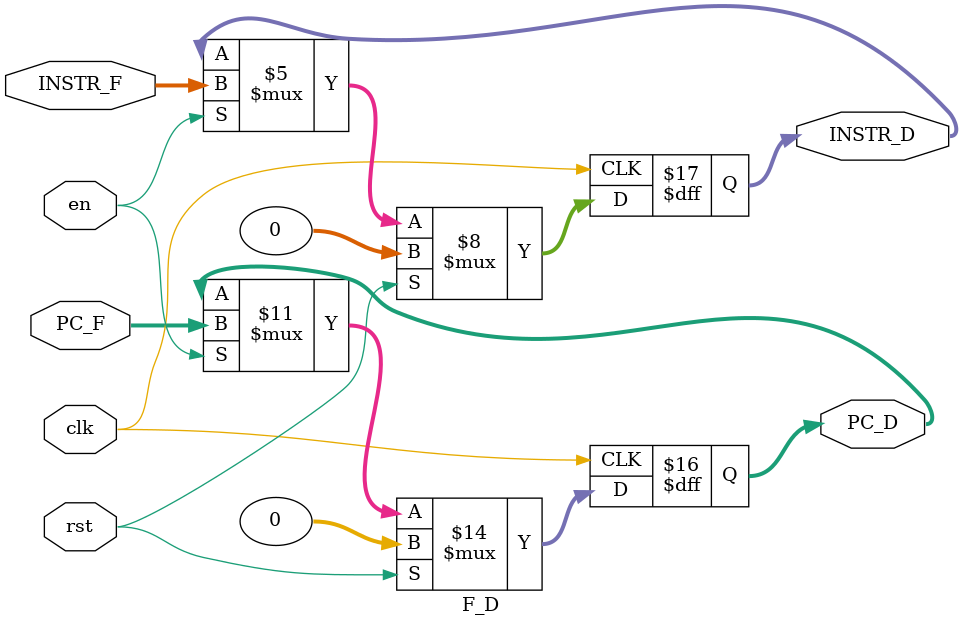
<source format=v>
`timescale 1ns / 1ps
module F_D(
    input wire [31:0] PC_F,
    input wire [31:0] INSTR_F,
	input wire clk,
	input wire rst,
	input wire en,
    output reg [31:0] PC_D,
    output reg [31:0] INSTR_D
    );
	initial begin
		PC_D = 0;
		INSTR_D = 0;
	end 
	always @(posedge clk) begin
		if(rst == 1)begin
			PC_D <= 0;
			INSTR_D <= 0;
		end
		else if(en) begin
			PC_D <= PC_F;
			INSTR_D <= INSTR_F;
		end
		else begin
			PC_D <= PC_D;
			INSTR_D <= INSTR_D;
		end
	end


endmodule

</source>
